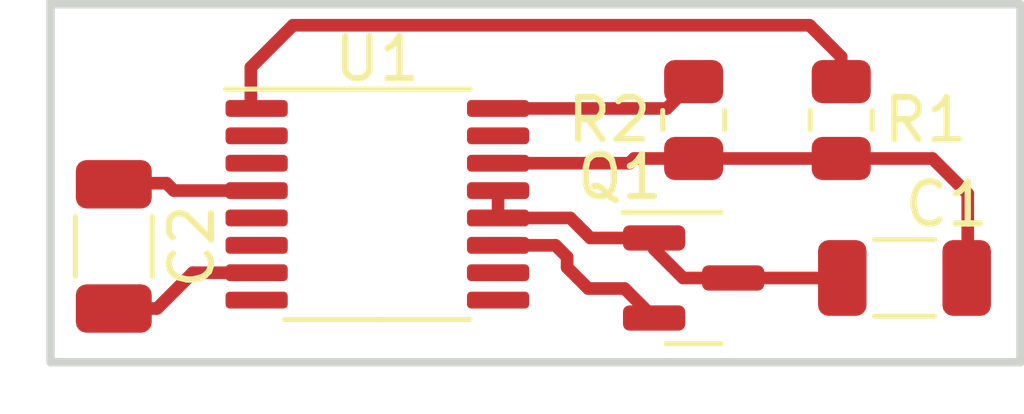
<source format=kicad_pcb>
(kicad_pcb (version 20211014) (generator pcbnew)
  (layers (0 "F.Cu" signal) (31 "B.Cu" signal) (34 "B.Paste" user) (35 "F.Paste" user) (36 "B.SilkS" user "B.Silkscreen") (37 "F.SilkS" user "F.Silkscreen") (38 "B.Mask" user) (39 "F.Mask" user) (44 "Edge.Cuts" user))
  (net 0 "")
  (net 1 "VCC")
  (net 2 "GND")
  (net 3 "Net-(C2-Pad1)")
  (net 4 "Net-(C2-Pad2)")
  (net 5 "Net-(Q1-Pad2)")
  (net 6 "Net-(R1-Pad2)")
  (net 7 "Net-(R2-Pad2)")
  (footprint "Capacitor_SMD:C_1206_3216Metric" (layer "F.Cu") (at 141.75 112.5 -90)
    (fp_text reference "C2" (at 0 -1.85 90) (layer "F.SilkS"))
    (fp_text value "2pF")
    (fp_line (start -0.711252 0.91) (end 0.711252 0.91) (layer "F.SilkS") (width 0.12))
    (fp_line (start -0.711252 -0.91) (end 0.711252 -0.91) (layer "F.SilkS") (width 0.12))
    (pad "1" smd roundrect (at -1.475 0 270) (size 1.15 1.8) (layers "F.Cu" "F.Paste" "F.Mask") (roundrect_rratio 0.217391) (net 3 "Net-(C2-Pad1)"))
    (pad "2" smd roundrect (at 1.475 0 270) (size 1.15 1.8) (layers "F.Cu" "F.Paste" "F.Mask") (roundrect_rratio 0.217391) (net 4 "Net-(C2-Pad2)"))
  )
  (footprint "Resistor_SMD:R_0805_2012Metric" (layer "F.Cu") (at 155.5 109.5 90)
    (fp_text reference "R2" (at 0 -2 180) (layer "F.SilkS"))
    (fp_text value "10K")
    (fp_line (start -0.227064 -0.735) (end 0.227064 -0.735) (layer "F.SilkS") (width 0.12))
    (fp_line (start -0.227064 0.735) (end 0.227064 0.735) (layer "F.SilkS") (width 0.12))
    (pad "1" smd roundrect (at -0.9125 0 90) (size 1.025 1.4) (layers "F.Cu" "F.Paste" "F.Mask") (roundrect_rratio 0.243902) (net 1 "VCC"))
    (pad "2" smd roundrect (at 0.9125 0 90) (size 1.025 1.4) (layers "F.Cu" "F.Paste" "F.Mask") (roundrect_rratio 0.243902) (net 7 "Net-(R2-Pad2)"))
  )
  (footprint "Capacitor_SMD:C_1206_3216Metric" (layer "F.Cu") (at 160.5 113.25 180)
    (fp_text reference "C1" (at -1 1.75) (layer "F.SilkS"))
    (fp_text value "0.1uF")
    (fp_line (start -0.711252 -0.91) (end 0.711252 -0.91) (layer "F.SilkS") (width 0.12))
    (fp_line (start -0.711252 0.91) (end 0.711252 0.91) (layer "F.SilkS") (width 0.12))
    (pad "1" smd roundrect (at -1.475 0 180) (size 1.15 1.8) (layers "F.Cu" "F.Paste" "F.Mask") (roundrect_rratio 0.217391) (net 1 "VCC"))
    (pad "2" smd roundrect (at 1.475 0 180) (size 1.15 1.8) (layers "F.Cu" "F.Paste" "F.Mask") (roundrect_rratio 0.217391) (net 2 "GND"))
  )
  (footprint "Package_TO_SOT_SMD:SOT-23" (layer "F.Cu") (at 155.5 113.25)
    (fp_text reference "Q1" (at -1.75 -2.4) (layer "F.SilkS"))
    (fp_text value "MMBT3906")
    (fp_line (start 0 -1.56) (end 0.65 -1.56) (layer "F.SilkS") (width 0.12))
    (fp_line (start 0 -1.56) (end -1.675 -1.56) (layer "F.SilkS") (width 0.12))
    (fp_line (start 0 1.56) (end -0.65 1.56) (layer "F.SilkS") (width 0.12))
    (fp_line (start 0 1.56) (end 0.65 1.56) (layer "F.SilkS") (width 0.12))
    (pad "1" smd roundrect (at -0.9375 -0.95) (size 1.475 0.6) (layers "F.Cu" "F.Paste" "F.Mask") (net 2 "GND"))
    (pad "2" smd roundrect (at -0.9375 0.95) (size 1.475 0.6) (layers "F.Cu" "F.Paste" "F.Mask") (net 5 "Net-(Q1-Pad2)"))
    (pad "3" smd roundrect (at 0.9375 0) (size 1.475 0.6) (layers "F.Cu" "F.Paste" "F.Mask") (net 2 "GND"))
  )
  (footprint "Resistor_SMD:R_0805_2012Metric" (layer "F.Cu") (at 159 109.5 90)
    (fp_text reference "R1" (at 0 2 180) (layer "F.SilkS"))
    (fp_text value "10K")
    (fp_line (start -0.227064 -0.735) (end 0.227064 -0.735) (layer "F.SilkS") (width 0.12))
    (fp_line (start -0.227064 0.735) (end 0.227064 0.735) (layer "F.SilkS") (width 0.12))
    (pad "1" smd roundrect (at -0.9125 0 90) (size 1.025 1.4) (layers "F.Cu" "F.Paste" "F.Mask") (roundrect_rratio 0.243902) (net 1 "VCC"))
    (pad "2" smd roundrect (at 0.9125 0 90) (size 1.025 1.4) (layers "F.Cu" "F.Paste" "F.Mask") (roundrect_rratio 0.243902) (net 6 "Net-(R1-Pad2)"))
  )
  (footprint "Package_SO:TSSOP-16_4.4x5mm_P0.65mm" (layer "F.Cu") (at 148 111.5)
    (fp_text reference "U1" (at 0 -3.45) (layer "F.SilkS"))
    (fp_text value "AD7746")
    (fp_line (start 0 2.735) (end -2.2 2.735) (layer "F.SilkS") (width 0.12))
    (fp_line (start 0 -2.735) (end -3.6 -2.735) (layer "F.SilkS") (width 0.12))
    (fp_line (start 0 2.735) (end 2.2 2.735) (layer "F.SilkS") (width 0.12))
    (fp_line (start 0 -2.735) (end 2.2 -2.735) (layer "F.SilkS") (width 0.12))
    (pad "1" smd roundrect (at -2.8625 -2.275) (size 1.475 0.4) (layers "F.Cu" "F.Paste" "F.Mask") (net 6 "Net-(R1-Pad2)"))
    (pad "2" smd roundrect (at -2.8625 -1.625) (size 1.475 0.4) (layers "F.Cu" "F.Paste" "F.Mask"))
    (pad "3" smd roundrect (at -2.8625 -0.975) (size 1.475 0.4) (layers "F.Cu" "F.Paste" "F.Mask"))
    (pad "4" smd roundrect (at -2.8625 -0.325) (size 1.475 0.4) (layers "F.Cu" "F.Paste" "F.Mask") (net 3 "Net-(C2-Pad1)"))
    (pad "5" smd roundrect (at -2.8625 0.325) (size 1.475 0.4) (layers "F.Cu" "F.Paste" "F.Mask"))
    (pad "6" smd roundrect (at -2.8625 0.975) (size 1.475 0.4) (layers "F.Cu" "F.Paste" "F.Mask"))
    (pad "7" smd roundrect (at -2.8625 1.625) (size 1.475 0.4) (layers "F.Cu" "F.Paste" "F.Mask") (net 4 "Net-(C2-Pad2)"))
    (pad "8" smd roundrect (at -2.8625 2.275) (size 1.475 0.4) (layers "F.Cu" "F.Paste" "F.Mask"))
    (pad "9" smd roundrect (at 2.8625 2.275) (size 1.475 0.4) (layers "F.Cu" "F.Paste" "F.Mask"))
    (pad "10" smd roundrect (at 2.8625 1.625) (size 1.475 0.4) (layers "F.Cu" "F.Paste" "F.Mask"))
    (pad "11" smd roundrect (at 2.8625 0.975) (size 1.475 0.4) (layers "F.Cu" "F.Paste" "F.Mask") (net 5 "Net-(Q1-Pad2)"))
    (pad "12" smd roundrect (at 2.8625 0.325) (size 1.475 0.4) (layers "F.Cu" "F.Paste" "F.Mask") (net 2 "GND"))
    (pad "13" smd roundrect (at 2.8625 -0.325) (size 1.475 0.4) (layers "F.Cu" "F.Paste" "F.Mask") (net 2 "GND"))
    (pad "14" smd roundrect (at 2.8625 -0.975) (size 1.475 0.4) (layers "F.Cu" "F.Paste" "F.Mask") (net 1 "VCC"))
    (pad "15" smd roundrect (at 2.8625 -1.625) (size 1.475 0.4) (layers "F.Cu" "F.Paste" "F.Mask"))
    (pad "16" smd roundrect (at 2.8625 -2.275) (size 1.475 0.4) (layers "F.Cu" "F.Paste" "F.Mask") (net 7 "Net-(R2-Pad2)"))
  )
  (gr_rect (start 140.25 115.25) (end 163.25 106.75) (layer "Edge.Cuts") (width 0.2) (fill none))
  (segment (start 159 110.4125) (end 161.1625 110.4125) (width 0.3) (layer "F.Cu") (net 1))
  (segment (start 150.8625 110.525) (end 153.975 110.525) (width 0.3) (layer "F.Cu") (net 1))
  (segment (start 153.975 110.525) (end 154.0875 110.4125) (width 0.3) (layer "F.Cu") (net 1))
  (segment (start 159 110.4125) (end 155.5 110.4125) (width 0.3) (layer "F.Cu") (net 1))
  (segment (start 161.1625 110.4125) (end 162 111.25) (width 0.3) (layer "F.Cu") (net 1))
  (segment (start 154.0875 110.4125) (end 155.5 110.4125) (width 0.3) (layer "F.Cu") (net 1))
  (segment (start 162 113.225) (end 161.975 113.25) (width 0.3) (layer "F.Cu") (net 1))
  (segment (start 162 111.25) (end 162 113.225) (width 0.3) (layer "F.Cu") (net 1))
  (segment (start 154.5625 112.3) (end 154.5625 112.5625) (width 0.3) (layer "F.Cu") (net 2))
  (segment (start 156.4375 113.25) (end 159.025 113.25) (width 0.3) (layer "F.Cu") (net 2))
  (segment (start 155.25 113.25) (end 156.4375 113.25) (width 0.3) (layer "F.Cu") (net 2))
  (segment (start 152.575 111.825) (end 153.05 112.3) (width 0.3) (layer "F.Cu") (net 2))
  (segment (start 150.8625 111.825) (end 152.575 111.825) (width 0.3) (layer "F.Cu") (net 2))
  (segment (start 153.05 112.3) (end 154.5625 112.3) (width 0.3) (layer "F.Cu") (net 2))
  (segment (start 154.5625 112.5625) (end 155.25 113.25) (width 0.3) (layer "F.Cu") (net 2))
  (segment (start 150.8625 111.175) (end 150.8625 111.825) (width 0.3) (layer "F.Cu") (net 2))
  (segment (start 145.1375 111.175) (end 143.175 111.175) (width 0.3) (layer "F.Cu") (net 3))
  (segment (start 143 111) (end 141.775 111) (width 0.3) (layer "F.Cu") (net 3))
  (segment (start 143.175 111.175) (end 143 111) (width 0.3) (layer "F.Cu") (net 3))
  (segment (start 141.775 111) (end 141.75 111.025) (width 0.3) (layer "F.Cu") (net 3))
  (segment (start 143.625 113.125) (end 145.1375 113.125) (width 0.3) (layer "F.Cu") (net 4))
  (segment (start 141.75 113.975) (end 142.775 113.975) (width 0.3) (layer "F.Cu") (net 4))
  (segment (start 142.775 113.975) (end 143.625 113.125) (width 0.3) (layer "F.Cu") (net 4))
  (segment (start 152.225 112.475) (end 150.8625 112.475) (width 0.3) (layer "F.Cu") (net 5))
  (segment (start 152.5 112.75) (end 152.225 112.475) (width 0.3) (layer "F.Cu") (net 5))
  (segment (start 153 113.5) (end 152.5 113) (width 0.3) (layer "F.Cu") (net 5))
  (segment (start 153.8625 113.5) (end 153 113.5) (width 0.3) (layer "F.Cu") (net 5))
  (segment (start 152.5 113) (end 152.5 112.75) (width 0.3) (layer "F.Cu") (net 5))
  (segment (start 154.5625 114.2) (end 153.8625 113.5) (width 0.3) (layer "F.Cu") (net 5))
  (segment (start 159 108.5875) (end 159 108) (width 0.3) (layer "F.Cu") (net 6))
  (segment (start 158.25 107.25) (end 146 107.25) (width 0.3) (layer "F.Cu") (net 6))
  (segment (start 146 107.25) (end 145 108.25) (width 0.3) (layer "F.Cu") (net 6))
  (segment (start 145 108.25) (end 145 109.0875) (width 0.3) (layer "F.Cu") (net 6))
  (segment (start 145 109.0875) (end 145.1375 109.225) (width 0.3) (layer "F.Cu") (net 6))
  (segment (start 159 108) (end 158.25 107.25) (width 0.3) (layer "F.Cu") (net 6))
  (segment (start 154.8625 109.225) (end 155.5 108.5875) (width 0.3) (layer "F.Cu") (net 7))
  (segment (start 150.8625 109.225) (end 154.8625 109.225) (width 0.3) (layer "F.Cu") (net 7))
)
</source>
